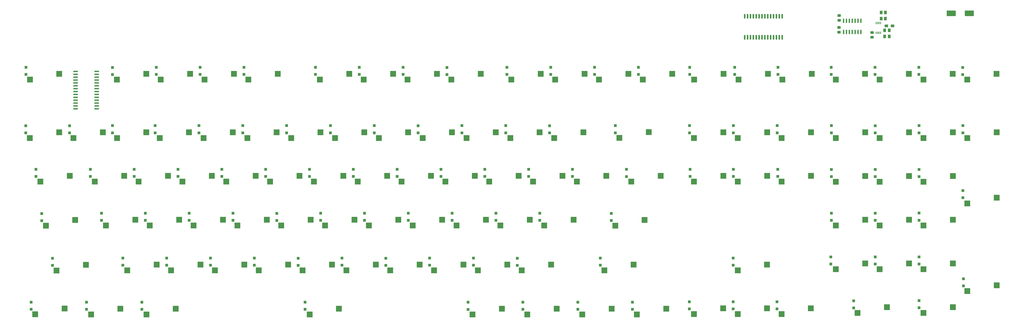
<source format=gbr>
%TF.GenerationSoftware,KiCad,Pcbnew,(5.1.9)-1*%
%TF.CreationDate,2021-04-16T18:36:53+10:00*%
%TF.ProjectId,RedPyKeeb,52656450-794b-4656-9562-2e6b69636164,rev?*%
%TF.SameCoordinates,Original*%
%TF.FileFunction,Paste,Bot*%
%TF.FilePolarity,Positive*%
%FSLAX46Y46*%
G04 Gerber Fmt 4.6, Leading zero omitted, Abs format (unit mm)*
G04 Created by KiCad (PCBNEW (5.1.9)-1) date 2021-04-16 18:36:53*
%MOMM*%
%LPD*%
G01*
G04 APERTURE LIST*
%ADD10R,0.400000X1.100000*%
%ADD11R,2.550000X2.500000*%
%ADD12R,1.200000X1.200000*%
%ADD13R,1.300000X1.500000*%
%ADD14R,1.500000X1.300000*%
G04 APERTURE END LIST*
D10*
%TO.C,U10*%
X455361400Y-86897100D03*
X456011400Y-86897100D03*
X456661400Y-86897100D03*
X457311400Y-86897100D03*
X457311400Y-82597100D03*
X456661400Y-82597100D03*
X456011400Y-82597100D03*
X455361400Y-82597100D03*
%TD*%
D11*
%TO.C,K12\u002C3*%
X340436200Y-172072300D03*
X353363200Y-169532300D03*
%TD*%
%TO.C,K16\u002C1*%
X413740600Y-133388100D03*
X426667600Y-130848100D03*
%TD*%
%TO.C,K14\u002C1*%
X375132600Y-133388100D03*
X388059600Y-130848100D03*
%TD*%
%TO.C,K3\u002C2*%
X149809200Y-152628600D03*
X162736200Y-150088600D03*
%TD*%
%TO.C,K8\u002C0*%
X268284960Y-107607100D03*
X281211960Y-105067100D03*
%TD*%
%TO.C,K0\u002C2*%
X87261700Y-152603200D03*
X100188700Y-150063200D03*
%TD*%
%TO.C,K18\u002C4*%
X476224600Y-171996100D03*
X489151600Y-169456100D03*
%TD*%
%TO.C,K10\u002C3*%
X289826700Y-172059600D03*
X302753700Y-169519600D03*
%TD*%
%TO.C,K13\u002C1*%
X342277700Y-133337300D03*
X355204700Y-130797300D03*
%TD*%
%TO.C,K19\u002C4*%
X495528600Y-162280600D03*
X508455600Y-159740600D03*
%TD*%
%TO.C,U2*%
G36*
G01*
X397296500Y-87902200D02*
X397596500Y-87902200D01*
G75*
G02*
X397746500Y-88052200I0J-150000D01*
G01*
X397746500Y-89802200D01*
G75*
G02*
X397596500Y-89952200I-150000J0D01*
G01*
X397296500Y-89952200D01*
G75*
G02*
X397146500Y-89802200I0J150000D01*
G01*
X397146500Y-88052200D01*
G75*
G02*
X397296500Y-87902200I150000J0D01*
G01*
G37*
G36*
G01*
X398566500Y-87902200D02*
X398866500Y-87902200D01*
G75*
G02*
X399016500Y-88052200I0J-150000D01*
G01*
X399016500Y-89802200D01*
G75*
G02*
X398866500Y-89952200I-150000J0D01*
G01*
X398566500Y-89952200D01*
G75*
G02*
X398416500Y-89802200I0J150000D01*
G01*
X398416500Y-88052200D01*
G75*
G02*
X398566500Y-87902200I150000J0D01*
G01*
G37*
G36*
G01*
X399836500Y-87902200D02*
X400136500Y-87902200D01*
G75*
G02*
X400286500Y-88052200I0J-150000D01*
G01*
X400286500Y-89802200D01*
G75*
G02*
X400136500Y-89952200I-150000J0D01*
G01*
X399836500Y-89952200D01*
G75*
G02*
X399686500Y-89802200I0J150000D01*
G01*
X399686500Y-88052200D01*
G75*
G02*
X399836500Y-87902200I150000J0D01*
G01*
G37*
G36*
G01*
X401106500Y-87902200D02*
X401406500Y-87902200D01*
G75*
G02*
X401556500Y-88052200I0J-150000D01*
G01*
X401556500Y-89802200D01*
G75*
G02*
X401406500Y-89952200I-150000J0D01*
G01*
X401106500Y-89952200D01*
G75*
G02*
X400956500Y-89802200I0J150000D01*
G01*
X400956500Y-88052200D01*
G75*
G02*
X401106500Y-87902200I150000J0D01*
G01*
G37*
G36*
G01*
X402376500Y-87902200D02*
X402676500Y-87902200D01*
G75*
G02*
X402826500Y-88052200I0J-150000D01*
G01*
X402826500Y-89802200D01*
G75*
G02*
X402676500Y-89952200I-150000J0D01*
G01*
X402376500Y-89952200D01*
G75*
G02*
X402226500Y-89802200I0J150000D01*
G01*
X402226500Y-88052200D01*
G75*
G02*
X402376500Y-87902200I150000J0D01*
G01*
G37*
G36*
G01*
X403646500Y-87902200D02*
X403946500Y-87902200D01*
G75*
G02*
X404096500Y-88052200I0J-150000D01*
G01*
X404096500Y-89802200D01*
G75*
G02*
X403946500Y-89952200I-150000J0D01*
G01*
X403646500Y-89952200D01*
G75*
G02*
X403496500Y-89802200I0J150000D01*
G01*
X403496500Y-88052200D01*
G75*
G02*
X403646500Y-87902200I150000J0D01*
G01*
G37*
G36*
G01*
X404916500Y-87902200D02*
X405216500Y-87902200D01*
G75*
G02*
X405366500Y-88052200I0J-150000D01*
G01*
X405366500Y-89802200D01*
G75*
G02*
X405216500Y-89952200I-150000J0D01*
G01*
X404916500Y-89952200D01*
G75*
G02*
X404766500Y-89802200I0J150000D01*
G01*
X404766500Y-88052200D01*
G75*
G02*
X404916500Y-87902200I150000J0D01*
G01*
G37*
G36*
G01*
X406186500Y-87902200D02*
X406486500Y-87902200D01*
G75*
G02*
X406636500Y-88052200I0J-150000D01*
G01*
X406636500Y-89802200D01*
G75*
G02*
X406486500Y-89952200I-150000J0D01*
G01*
X406186500Y-89952200D01*
G75*
G02*
X406036500Y-89802200I0J150000D01*
G01*
X406036500Y-88052200D01*
G75*
G02*
X406186500Y-87902200I150000J0D01*
G01*
G37*
G36*
G01*
X407456500Y-87902200D02*
X407756500Y-87902200D01*
G75*
G02*
X407906500Y-88052200I0J-150000D01*
G01*
X407906500Y-89802200D01*
G75*
G02*
X407756500Y-89952200I-150000J0D01*
G01*
X407456500Y-89952200D01*
G75*
G02*
X407306500Y-89802200I0J150000D01*
G01*
X407306500Y-88052200D01*
G75*
G02*
X407456500Y-87902200I150000J0D01*
G01*
G37*
G36*
G01*
X408726500Y-87902200D02*
X409026500Y-87902200D01*
G75*
G02*
X409176500Y-88052200I0J-150000D01*
G01*
X409176500Y-89802200D01*
G75*
G02*
X409026500Y-89952200I-150000J0D01*
G01*
X408726500Y-89952200D01*
G75*
G02*
X408576500Y-89802200I0J150000D01*
G01*
X408576500Y-88052200D01*
G75*
G02*
X408726500Y-87902200I150000J0D01*
G01*
G37*
G36*
G01*
X409996500Y-87902200D02*
X410296500Y-87902200D01*
G75*
G02*
X410446500Y-88052200I0J-150000D01*
G01*
X410446500Y-89802200D01*
G75*
G02*
X410296500Y-89952200I-150000J0D01*
G01*
X409996500Y-89952200D01*
G75*
G02*
X409846500Y-89802200I0J150000D01*
G01*
X409846500Y-88052200D01*
G75*
G02*
X409996500Y-87902200I150000J0D01*
G01*
G37*
G36*
G01*
X411266500Y-87902200D02*
X411566500Y-87902200D01*
G75*
G02*
X411716500Y-88052200I0J-150000D01*
G01*
X411716500Y-89802200D01*
G75*
G02*
X411566500Y-89952200I-150000J0D01*
G01*
X411266500Y-89952200D01*
G75*
G02*
X411116500Y-89802200I0J150000D01*
G01*
X411116500Y-88052200D01*
G75*
G02*
X411266500Y-87902200I150000J0D01*
G01*
G37*
G36*
G01*
X412536500Y-87902200D02*
X412836500Y-87902200D01*
G75*
G02*
X412986500Y-88052200I0J-150000D01*
G01*
X412986500Y-89802200D01*
G75*
G02*
X412836500Y-89952200I-150000J0D01*
G01*
X412536500Y-89952200D01*
G75*
G02*
X412386500Y-89802200I0J150000D01*
G01*
X412386500Y-88052200D01*
G75*
G02*
X412536500Y-87902200I150000J0D01*
G01*
G37*
G36*
G01*
X413806500Y-87902200D02*
X414106500Y-87902200D01*
G75*
G02*
X414256500Y-88052200I0J-150000D01*
G01*
X414256500Y-89802200D01*
G75*
G02*
X414106500Y-89952200I-150000J0D01*
G01*
X413806500Y-89952200D01*
G75*
G02*
X413656500Y-89802200I0J150000D01*
G01*
X413656500Y-88052200D01*
G75*
G02*
X413806500Y-87902200I150000J0D01*
G01*
G37*
G36*
G01*
X413806500Y-78602200D02*
X414106500Y-78602200D01*
G75*
G02*
X414256500Y-78752200I0J-150000D01*
G01*
X414256500Y-80502200D01*
G75*
G02*
X414106500Y-80652200I-150000J0D01*
G01*
X413806500Y-80652200D01*
G75*
G02*
X413656500Y-80502200I0J150000D01*
G01*
X413656500Y-78752200D01*
G75*
G02*
X413806500Y-78602200I150000J0D01*
G01*
G37*
G36*
G01*
X412536500Y-78602200D02*
X412836500Y-78602200D01*
G75*
G02*
X412986500Y-78752200I0J-150000D01*
G01*
X412986500Y-80502200D01*
G75*
G02*
X412836500Y-80652200I-150000J0D01*
G01*
X412536500Y-80652200D01*
G75*
G02*
X412386500Y-80502200I0J150000D01*
G01*
X412386500Y-78752200D01*
G75*
G02*
X412536500Y-78602200I150000J0D01*
G01*
G37*
G36*
G01*
X411266500Y-78602200D02*
X411566500Y-78602200D01*
G75*
G02*
X411716500Y-78752200I0J-150000D01*
G01*
X411716500Y-80502200D01*
G75*
G02*
X411566500Y-80652200I-150000J0D01*
G01*
X411266500Y-80652200D01*
G75*
G02*
X411116500Y-80502200I0J150000D01*
G01*
X411116500Y-78752200D01*
G75*
G02*
X411266500Y-78602200I150000J0D01*
G01*
G37*
G36*
G01*
X409996500Y-78602200D02*
X410296500Y-78602200D01*
G75*
G02*
X410446500Y-78752200I0J-150000D01*
G01*
X410446500Y-80502200D01*
G75*
G02*
X410296500Y-80652200I-150000J0D01*
G01*
X409996500Y-80652200D01*
G75*
G02*
X409846500Y-80502200I0J150000D01*
G01*
X409846500Y-78752200D01*
G75*
G02*
X409996500Y-78602200I150000J0D01*
G01*
G37*
G36*
G01*
X408726500Y-78602200D02*
X409026500Y-78602200D01*
G75*
G02*
X409176500Y-78752200I0J-150000D01*
G01*
X409176500Y-80502200D01*
G75*
G02*
X409026500Y-80652200I-150000J0D01*
G01*
X408726500Y-80652200D01*
G75*
G02*
X408576500Y-80502200I0J150000D01*
G01*
X408576500Y-78752200D01*
G75*
G02*
X408726500Y-78602200I150000J0D01*
G01*
G37*
G36*
G01*
X407456500Y-78602200D02*
X407756500Y-78602200D01*
G75*
G02*
X407906500Y-78752200I0J-150000D01*
G01*
X407906500Y-80502200D01*
G75*
G02*
X407756500Y-80652200I-150000J0D01*
G01*
X407456500Y-80652200D01*
G75*
G02*
X407306500Y-80502200I0J150000D01*
G01*
X407306500Y-78752200D01*
G75*
G02*
X407456500Y-78602200I150000J0D01*
G01*
G37*
G36*
G01*
X406186500Y-78602200D02*
X406486500Y-78602200D01*
G75*
G02*
X406636500Y-78752200I0J-150000D01*
G01*
X406636500Y-80502200D01*
G75*
G02*
X406486500Y-80652200I-150000J0D01*
G01*
X406186500Y-80652200D01*
G75*
G02*
X406036500Y-80502200I0J150000D01*
G01*
X406036500Y-78752200D01*
G75*
G02*
X406186500Y-78602200I150000J0D01*
G01*
G37*
G36*
G01*
X404916500Y-78602200D02*
X405216500Y-78602200D01*
G75*
G02*
X405366500Y-78752200I0J-150000D01*
G01*
X405366500Y-80502200D01*
G75*
G02*
X405216500Y-80652200I-150000J0D01*
G01*
X404916500Y-80652200D01*
G75*
G02*
X404766500Y-80502200I0J150000D01*
G01*
X404766500Y-78752200D01*
G75*
G02*
X404916500Y-78602200I150000J0D01*
G01*
G37*
G36*
G01*
X403646500Y-78602200D02*
X403946500Y-78602200D01*
G75*
G02*
X404096500Y-78752200I0J-150000D01*
G01*
X404096500Y-80502200D01*
G75*
G02*
X403946500Y-80652200I-150000J0D01*
G01*
X403646500Y-80652200D01*
G75*
G02*
X403496500Y-80502200I0J150000D01*
G01*
X403496500Y-78752200D01*
G75*
G02*
X403646500Y-78602200I150000J0D01*
G01*
G37*
G36*
G01*
X402376500Y-78602200D02*
X402676500Y-78602200D01*
G75*
G02*
X402826500Y-78752200I0J-150000D01*
G01*
X402826500Y-80502200D01*
G75*
G02*
X402676500Y-80652200I-150000J0D01*
G01*
X402376500Y-80652200D01*
G75*
G02*
X402226500Y-80502200I0J150000D01*
G01*
X402226500Y-78752200D01*
G75*
G02*
X402376500Y-78602200I150000J0D01*
G01*
G37*
G36*
G01*
X401106500Y-78602200D02*
X401406500Y-78602200D01*
G75*
G02*
X401556500Y-78752200I0J-150000D01*
G01*
X401556500Y-80502200D01*
G75*
G02*
X401406500Y-80652200I-150000J0D01*
G01*
X401106500Y-80652200D01*
G75*
G02*
X400956500Y-80502200I0J150000D01*
G01*
X400956500Y-78752200D01*
G75*
G02*
X401106500Y-78602200I150000J0D01*
G01*
G37*
G36*
G01*
X399836500Y-78602200D02*
X400136500Y-78602200D01*
G75*
G02*
X400286500Y-78752200I0J-150000D01*
G01*
X400286500Y-80502200D01*
G75*
G02*
X400136500Y-80652200I-150000J0D01*
G01*
X399836500Y-80652200D01*
G75*
G02*
X399686500Y-80502200I0J150000D01*
G01*
X399686500Y-78752200D01*
G75*
G02*
X399836500Y-78602200I150000J0D01*
G01*
G37*
G36*
G01*
X398566500Y-78602200D02*
X398866500Y-78602200D01*
G75*
G02*
X399016500Y-78752200I0J-150000D01*
G01*
X399016500Y-80502200D01*
G75*
G02*
X398866500Y-80652200I-150000J0D01*
G01*
X398566500Y-80652200D01*
G75*
G02*
X398416500Y-80502200I0J150000D01*
G01*
X398416500Y-78752200D01*
G75*
G02*
X398566500Y-78602200I150000J0D01*
G01*
G37*
G36*
G01*
X397296500Y-78602200D02*
X397596500Y-78602200D01*
G75*
G02*
X397746500Y-78752200I0J-150000D01*
G01*
X397746500Y-80502200D01*
G75*
G02*
X397596500Y-80652200I-150000J0D01*
G01*
X397296500Y-80652200D01*
G75*
G02*
X397146500Y-80502200I0J150000D01*
G01*
X397146500Y-78752200D01*
G75*
G02*
X397296500Y-78602200I150000J0D01*
G01*
G37*
%TD*%
%TO.C,K11\u002C4*%
X335610200Y-191820800D03*
X348537200Y-189280800D03*
%TD*%
%TO.C,C6*%
G36*
G01*
X494391700Y-79333600D02*
X494391700Y-77333600D01*
G75*
G02*
X494641700Y-77083600I250000J0D01*
G01*
X498141700Y-77083600D01*
G75*
G02*
X498391700Y-77333600I0J-250000D01*
G01*
X498391700Y-79333600D01*
G75*
G02*
X498141700Y-79583600I-250000J0D01*
G01*
X494641700Y-79583600D01*
G75*
G02*
X494391700Y-79333600I0J250000D01*
G01*
G37*
G36*
G01*
X486391700Y-79333600D02*
X486391700Y-77333600D01*
G75*
G02*
X486641700Y-77083600I250000J0D01*
G01*
X490141700Y-77083600D01*
G75*
G02*
X490391700Y-77333600I0J-250000D01*
G01*
X490391700Y-79333600D01*
G75*
G02*
X490141700Y-79583600I-250000J0D01*
G01*
X486641700Y-79583600D01*
G75*
G02*
X486391700Y-79333600I0J250000D01*
G01*
G37*
%TD*%
D12*
%TO.C,D0\u002C3*%
X87833200Y-166750800D03*
X87833200Y-169900800D03*
%TD*%
%TO.C,D0\u002C5*%
X83197700Y-205866800D03*
X83197700Y-209016800D03*
%TD*%
%TO.C,D0\u002C4*%
X92595700Y-186499300D03*
X92595700Y-189649300D03*
%TD*%
%TO.C,D0\u002C0*%
X80848200Y-102171300D03*
X80848200Y-105321300D03*
%TD*%
%TO.C,D0\u002C2*%
X85293200Y-147192800D03*
X85293200Y-150342800D03*
%TD*%
%TO.C,D0\u002C1*%
X80784700Y-128015800D03*
X80784700Y-131165800D03*
%TD*%
%TO.C,D1\u002C3*%
X114122200Y-166623800D03*
X114122200Y-169773800D03*
%TD*%
%TO.C,D1\u002C0*%
X118996460Y-102222100D03*
X118996460Y-105372100D03*
%TD*%
%TO.C,D1\u002C4*%
X123520200Y-186435800D03*
X123520200Y-189585800D03*
%TD*%
%TO.C,D1\u002C5*%
X107581700Y-205866800D03*
X107581700Y-209016800D03*
%TD*%
%TO.C,D1\u002C1*%
X100088700Y-128015800D03*
X100088700Y-131165800D03*
%TD*%
%TO.C,D1\u002C2*%
X109232700Y-147192800D03*
X109232700Y-150342800D03*
%TD*%
%TO.C,D2\u002C4*%
X142824200Y-186435800D03*
X142824200Y-189585800D03*
%TD*%
%TO.C,D2\u002C5*%
X131965700Y-205866800D03*
X131965700Y-209016800D03*
%TD*%
%TO.C,D2\u002C0*%
X138300460Y-102171300D03*
X138300460Y-105321300D03*
%TD*%
%TO.C,D2\u002C2*%
X128536700Y-147192800D03*
X128536700Y-150342800D03*
%TD*%
%TO.C,D2\u002C1*%
X119011700Y-127952300D03*
X119011700Y-131102300D03*
%TD*%
%TO.C,D2\u002C3*%
X133426200Y-166623800D03*
X133426200Y-169773800D03*
%TD*%
%TO.C,D3\u002C0*%
X157604460Y-102171300D03*
X157604460Y-105321300D03*
%TD*%
%TO.C,D3\u002C1*%
X137807700Y-127952300D03*
X137807700Y-131102300D03*
%TD*%
%TO.C,D3\u002C4*%
X162128200Y-186435800D03*
X162128200Y-189585800D03*
%TD*%
%TO.C,D3\u002C2*%
X147840700Y-147192800D03*
X147840700Y-150342800D03*
%TD*%
%TO.C,D3\u002C5*%
X203847700Y-205866800D03*
X203847700Y-209016800D03*
%TD*%
%TO.C,D3\u002C3*%
X152730200Y-166623800D03*
X152730200Y-169773800D03*
%TD*%
%TO.C,D4\u002C4*%
X181432200Y-186435800D03*
X181432200Y-189585800D03*
%TD*%
%TO.C,D4\u002C3*%
X172034200Y-166623800D03*
X172034200Y-169773800D03*
%TD*%
%TO.C,D4\u002C1*%
X157111700Y-127952300D03*
X157111700Y-131102300D03*
%TD*%
%TO.C,D4\u002C0*%
X176908460Y-102171300D03*
X176908460Y-105321300D03*
%TD*%
%TO.C,D4\u002C2*%
X167144700Y-147192800D03*
X167144700Y-150342800D03*
%TD*%
%TO.C,D5\u002C0*%
X208404460Y-102171300D03*
X208404460Y-105321300D03*
%TD*%
%TO.C,D5\u002C2*%
X186448700Y-147192800D03*
X186448700Y-150342800D03*
%TD*%
%TO.C,D5\u002C1*%
X176415700Y-127952300D03*
X176415700Y-131102300D03*
%TD*%
%TO.C,D5\u002C3*%
X191338200Y-166674600D03*
X191338200Y-169824600D03*
%TD*%
%TO.C,D5\u002C4*%
X200736200Y-186486600D03*
X200736200Y-189636600D03*
%TD*%
%TO.C,D6\u002C0*%
X227708460Y-102171300D03*
X227708460Y-105321300D03*
%TD*%
%TO.C,D6\u002C3*%
X210642200Y-166623800D03*
X210642200Y-169773800D03*
%TD*%
%TO.C,D6\u002C4*%
X220040200Y-186435800D03*
X220040200Y-189585800D03*
%TD*%
%TO.C,D6\u002C1*%
X195719700Y-127952300D03*
X195719700Y-131102300D03*
%TD*%
%TO.C,D6\u002C2*%
X205752700Y-147192800D03*
X205752700Y-150342800D03*
%TD*%
%TO.C,D7\u002C4*%
X239344200Y-186486600D03*
X239344200Y-189636600D03*
%TD*%
%TO.C,D7\u002C2*%
X225056700Y-147243600D03*
X225056700Y-150393600D03*
%TD*%
%TO.C,D7\u002C1*%
X215023700Y-127952300D03*
X215023700Y-131102300D03*
%TD*%
%TO.C,D7\u002C0*%
X247012460Y-102171300D03*
X247012460Y-105321300D03*
%TD*%
%TO.C,D7\u002C3*%
X229946200Y-166623800D03*
X229946200Y-169773800D03*
%TD*%
%TO.C,D8\u002C0*%
X266316460Y-102222100D03*
X266316460Y-105372100D03*
%TD*%
%TO.C,D8\u002C3*%
X249250200Y-166623800D03*
X249250200Y-169773800D03*
%TD*%
%TO.C,D8\u002C1*%
X234327700Y-127952300D03*
X234327700Y-131102300D03*
%TD*%
%TO.C,D8\u002C2*%
X244360700Y-147192800D03*
X244360700Y-150342800D03*
%TD*%
%TO.C,D8\u002C5*%
X275602700Y-205930300D03*
X275602700Y-209080300D03*
%TD*%
%TO.C,D8\u002C4*%
X258648200Y-186435800D03*
X258648200Y-189585800D03*
%TD*%
%TO.C,D9\u002C2*%
X263664700Y-147192800D03*
X263664700Y-150342800D03*
%TD*%
%TO.C,D9\u002C1*%
X253631700Y-128003100D03*
X253631700Y-131153100D03*
%TD*%
%TO.C,D9\u002C3*%
X268554200Y-166623800D03*
X268554200Y-169773800D03*
%TD*%
%TO.C,D9\u002C4*%
X277952200Y-186435800D03*
X277952200Y-189585800D03*
%TD*%
%TO.C,D9\u002C5*%
X299732700Y-205866800D03*
X299732700Y-209016800D03*
%TD*%
%TO.C,D9\u002C0*%
X292732460Y-102171300D03*
X292732460Y-105321300D03*
%TD*%
%TO.C,D10\u002C4*%
X297256200Y-186486600D03*
X297256200Y-189636600D03*
%TD*%
%TO.C,D10\u002C5*%
X323926200Y-205866800D03*
X323926200Y-209016800D03*
%TD*%
%TO.C,D10\u002C1*%
X272935700Y-127952300D03*
X272935700Y-131102300D03*
%TD*%
%TO.C,D10\u002C0*%
X312036460Y-102171300D03*
X312036460Y-105321300D03*
%TD*%
%TO.C,D10\u002C2*%
X282968700Y-147243600D03*
X282968700Y-150393600D03*
%TD*%
%TO.C,D10\u002C3*%
X287858200Y-166623800D03*
X287858200Y-169773800D03*
%TD*%
%TO.C,D11\u002C0*%
X331340460Y-102171300D03*
X331340460Y-105321300D03*
%TD*%
%TO.C,D11\u002C1*%
X292239700Y-127952300D03*
X292239700Y-131102300D03*
%TD*%
%TO.C,D11\u002C3*%
X307162200Y-166623800D03*
X307162200Y-169773800D03*
%TD*%
%TO.C,D11\u002C2*%
X302272700Y-147192800D03*
X302272700Y-150342800D03*
%TD*%
%TO.C,D11\u002C4*%
X333832200Y-186435800D03*
X333832200Y-189585800D03*
%TD*%
%TO.C,D11\u002C5*%
X347992700Y-205866800D03*
X347992700Y-209016800D03*
%TD*%
%TO.C,D12\u002C3*%
X338658200Y-166687300D03*
X338658200Y-169837300D03*
%TD*%
%TO.C,D12\u002C2*%
X321576700Y-147192800D03*
X321576700Y-150342800D03*
%TD*%
%TO.C,D12\u002C1*%
X311543700Y-128003100D03*
X311543700Y-131153100D03*
%TD*%
%TO.C,D12\u002C0*%
X350644460Y-102171300D03*
X350644460Y-105321300D03*
%TD*%
%TO.C,D13\u002C2*%
X345389200Y-147256300D03*
X345389200Y-150406300D03*
%TD*%
%TO.C,D13\u002C1*%
X340499700Y-127952300D03*
X340499700Y-131102300D03*
%TD*%
%TO.C,D14\u002C1*%
X373164100Y-127952300D03*
X373164100Y-131102300D03*
%TD*%
%TO.C,D14\u002C3*%
X373418100Y-147192800D03*
X373418100Y-150342800D03*
%TD*%
%TO.C,D14\u002C0*%
X373214900Y-102171300D03*
X373214900Y-105321300D03*
%TD*%
%TO.C,D14\u002C6*%
X373100600Y-205739800D03*
X373100600Y-208889800D03*
%TD*%
%TO.C,D15\u002C0*%
X393026900Y-102171300D03*
X393026900Y-105321300D03*
%TD*%
%TO.C,D15\u002C1*%
X392468100Y-127952300D03*
X392468100Y-131102300D03*
%TD*%
%TO.C,D15\u002C3*%
X392468100Y-147192800D03*
X392468100Y-150342800D03*
%TD*%
%TO.C,D15\u002C5*%
X392404600Y-186435800D03*
X392404600Y-189585800D03*
%TD*%
%TO.C,D15\u002C6*%
X392404600Y-205739800D03*
X392404600Y-208889800D03*
%TD*%
%TO.C,D16\u002C6*%
X411708600Y-205739800D03*
X411708600Y-208889800D03*
%TD*%
%TO.C,D16\u002C0*%
X412076900Y-102171300D03*
X412076900Y-105321300D03*
%TD*%
%TO.C,D16\u002C1*%
X411772100Y-127952300D03*
X411772100Y-131102300D03*
%TD*%
%TO.C,D16\u002C5*%
X435394100Y-185927800D03*
X435394100Y-189077800D03*
%TD*%
%TO.C,D16\u002C3*%
X412026100Y-147192800D03*
X412026100Y-150342800D03*
%TD*%
%TO.C,D16\u002C4*%
X435648100Y-166623800D03*
X435648100Y-169773800D03*
%TD*%
%TO.C,D17\u002C3*%
X435648100Y-147319800D03*
X435648100Y-150469800D03*
%TD*%
%TO.C,D17\u002C1*%
X435648100Y-127952300D03*
X435648100Y-131102300D03*
%TD*%
%TO.C,D17\u002C6*%
X445427100Y-205282600D03*
X445427100Y-208432600D03*
%TD*%
%TO.C,D17\u002C4*%
X454952100Y-166623800D03*
X454952100Y-169773800D03*
%TD*%
%TO.C,D17\u002C0*%
X435584600Y-102171300D03*
X435584600Y-105321300D03*
%TD*%
%TO.C,D17\u002C5*%
X454952100Y-185927800D03*
X454952100Y-189077800D03*
%TD*%
%TO.C,D18\u002C1*%
X454952100Y-128003100D03*
X454952100Y-131153100D03*
%TD*%
%TO.C,D18\u002C6*%
X474256100Y-205231800D03*
X474256100Y-208381800D03*
%TD*%
%TO.C,D18\u002C3*%
X454952100Y-147319800D03*
X454952100Y-150469800D03*
%TD*%
%TO.C,D18\u002C0*%
X454888600Y-102171300D03*
X454888600Y-105321300D03*
%TD*%
%TO.C,D18\u002C5*%
X474256100Y-185927800D03*
X474256100Y-189077800D03*
%TD*%
%TO.C,D18\u002C4*%
X474256100Y-166560300D03*
X474256100Y-169710300D03*
%TD*%
%TO.C,D19\u002C4*%
X493560100Y-156641600D03*
X493560100Y-159791600D03*
%TD*%
%TO.C,D19\u002C0*%
X474192600Y-102171300D03*
X474192600Y-105321300D03*
%TD*%
%TO.C,D19\u002C3*%
X474256100Y-147319800D03*
X474256100Y-150469800D03*
%TD*%
%TO.C,D19\u002C1*%
X474256100Y-127952300D03*
X474256100Y-131102300D03*
%TD*%
%TO.C,D19\u002C6*%
X493814100Y-195579800D03*
X493814100Y-198729800D03*
%TD*%
%TO.C,D20\u002C1*%
X493560100Y-127952300D03*
X493560100Y-131102300D03*
%TD*%
%TO.C,D20\u002C0*%
X493496600Y-102222100D03*
X493496600Y-105372100D03*
%TD*%
D11*
%TO.C,K0\u002C0*%
X82626200Y-107556300D03*
X95553200Y-105016300D03*
%TD*%
%TO.C,K0\u002C1*%
X82562700Y-133400800D03*
X95489700Y-130860800D03*
%TD*%
%TO.C,K0\u002C5*%
X84975700Y-211251800D03*
X97902700Y-208711800D03*
%TD*%
%TO.C,K0\u002C4*%
X94373700Y-191884300D03*
X107300700Y-189344300D03*
%TD*%
%TO.C,K0\u002C3*%
X89649300Y-172110400D03*
X102576300Y-169570400D03*
%TD*%
%TO.C,K1\u002C4*%
X125488700Y-191871600D03*
X138415700Y-189331600D03*
%TD*%
%TO.C,K1\u002C5*%
X109550200Y-211302600D03*
X122477200Y-208762600D03*
%TD*%
%TO.C,K1\u002C3*%
X116090700Y-172059600D03*
X129017700Y-169519600D03*
%TD*%
%TO.C,K1\u002C2*%
X111201200Y-152628600D03*
X124128200Y-150088600D03*
%TD*%
%TO.C,K1\u002C1*%
X101777800Y-133400800D03*
X114704800Y-130860800D03*
%TD*%
%TO.C,K1\u002C0*%
X120964960Y-107607100D03*
X133891960Y-105067100D03*
%TD*%
%TO.C,K2\u002C5*%
X133934200Y-211302600D03*
X146861200Y-208762600D03*
%TD*%
%TO.C,K2\u002C3*%
X135394700Y-172059600D03*
X148321700Y-169519600D03*
%TD*%
%TO.C,K2\u002C1*%
X120980200Y-133388100D03*
X133907200Y-130848100D03*
%TD*%
%TO.C,K2\u002C4*%
X144792700Y-191871600D03*
X157719700Y-189331600D03*
%TD*%
%TO.C,K2\u002C2*%
X130505200Y-152628600D03*
X143432200Y-150088600D03*
%TD*%
%TO.C,K2\u002C0*%
X140268960Y-107607100D03*
X153195960Y-105067100D03*
%TD*%
%TO.C,K3\u002C5*%
X205816200Y-211302600D03*
X218743200Y-208762600D03*
%TD*%
%TO.C,K3\u002C4*%
X164096700Y-191871600D03*
X177023700Y-189331600D03*
%TD*%
%TO.C,K3\u002C1*%
X139776200Y-133388100D03*
X152703200Y-130848100D03*
%TD*%
%TO.C,K3\u002C0*%
X159572960Y-107607100D03*
X172499960Y-105067100D03*
%TD*%
%TO.C,K3\u002C3*%
X154698700Y-172059600D03*
X167625700Y-169519600D03*
%TD*%
%TO.C,K4\u002C1*%
X159080200Y-133388100D03*
X172007200Y-130848100D03*
%TD*%
%TO.C,K4\u002C2*%
X169113200Y-152628600D03*
X182040200Y-150088600D03*
%TD*%
%TO.C,K4\u002C3*%
X174002700Y-172059600D03*
X186929700Y-169519600D03*
%TD*%
%TO.C,K4\u002C4*%
X183400700Y-191871600D03*
X196327700Y-189331600D03*
%TD*%
%TO.C,K4\u002C0*%
X178876960Y-107607100D03*
X191803960Y-105067100D03*
%TD*%
%TO.C,K5\u002C0*%
X210372960Y-107607100D03*
X223299960Y-105067100D03*
%TD*%
%TO.C,K5\u002C2*%
X188417200Y-152628600D03*
X201344200Y-150088600D03*
%TD*%
%TO.C,K5\u002C1*%
X178384200Y-133388100D03*
X191311200Y-130848100D03*
%TD*%
%TO.C,K5\u002C3*%
X193306700Y-172059600D03*
X206233700Y-169519600D03*
%TD*%
%TO.C,K5\u002C4*%
X202704700Y-191871600D03*
X215631700Y-189331600D03*
%TD*%
%TO.C,K6\u002C3*%
X212610700Y-172059600D03*
X225537700Y-169519600D03*
%TD*%
%TO.C,K6\u002C4*%
X222008700Y-191871600D03*
X234935700Y-189331600D03*
%TD*%
%TO.C,K6\u002C1*%
X197688200Y-133388100D03*
X210615200Y-130848100D03*
%TD*%
%TO.C,K6\u002C2*%
X207721200Y-152628600D03*
X220648200Y-150088600D03*
%TD*%
%TO.C,K6\u002C0*%
X229676960Y-107607100D03*
X242603960Y-105067100D03*
%TD*%
%TO.C,K7\u002C2*%
X227025200Y-152628600D03*
X239952200Y-150088600D03*
%TD*%
%TO.C,K7\u002C1*%
X216992200Y-133388100D03*
X229919200Y-130848100D03*
%TD*%
%TO.C,K7\u002C3*%
X231914700Y-172059600D03*
X244841700Y-169519600D03*
%TD*%
%TO.C,K7\u002C4*%
X241312700Y-191871600D03*
X254239700Y-189331600D03*
%TD*%
%TO.C,K7\u002C0*%
X248980960Y-107607100D03*
X261907960Y-105067100D03*
%TD*%
%TO.C,K8\u002C1*%
X236296200Y-133388100D03*
X249223200Y-130848100D03*
%TD*%
%TO.C,K8\u002C3*%
X251218700Y-172059600D03*
X264145700Y-169519600D03*
%TD*%
%TO.C,K8\u002C4*%
X260616700Y-191871600D03*
X273543700Y-189331600D03*
%TD*%
%TO.C,K8\u002C5*%
X277545800Y-211302600D03*
X290472800Y-208762600D03*
%TD*%
%TO.C,K8\u002C2*%
X246329200Y-152628600D03*
X259256200Y-150088600D03*
%TD*%
%TO.C,K9\u002C0*%
X294700960Y-107607100D03*
X307627960Y-105067100D03*
%TD*%
%TO.C,K9\u002C5*%
X301701200Y-211302600D03*
X314628200Y-208762600D03*
%TD*%
%TO.C,K9\u002C1*%
X255600200Y-133388100D03*
X268527200Y-130848100D03*
%TD*%
%TO.C,K9\u002C2*%
X265633200Y-152628600D03*
X278560200Y-150088600D03*
%TD*%
%TO.C,K9\u002C4*%
X279920700Y-191871600D03*
X292847700Y-189331600D03*
%TD*%
%TO.C,K9\u002C3*%
X270522700Y-172059600D03*
X283449700Y-169519600D03*
%TD*%
%TO.C,K10\u002C2*%
X284937200Y-152628600D03*
X297864200Y-150088600D03*
%TD*%
%TO.C,K10\u002C0*%
X314004960Y-107607100D03*
X326931960Y-105067100D03*
%TD*%
%TO.C,K10\u002C5*%
X325894700Y-211302600D03*
X338821700Y-208762600D03*
%TD*%
%TO.C,K10\u002C1*%
X274904200Y-133388100D03*
X287831200Y-130848100D03*
%TD*%
%TO.C,K10\u002C4*%
X299224700Y-191871600D03*
X312151700Y-189331600D03*
%TD*%
%TO.C,K11\u002C3*%
X309130700Y-172059600D03*
X322057700Y-169519600D03*
%TD*%
%TO.C,K11\u002C2*%
X304241200Y-152628600D03*
X317168200Y-150088600D03*
%TD*%
%TO.C,K11\u002C5*%
X349961200Y-211302600D03*
X362888200Y-208762600D03*
%TD*%
%TO.C,K11\u002C1*%
X294208200Y-133388100D03*
X307135200Y-130848100D03*
%TD*%
%TO.C,K11\u002C0*%
X333308960Y-107607100D03*
X346235960Y-105067100D03*
%TD*%
%TO.C,K12\u002C2*%
X323545200Y-152628600D03*
X336472200Y-150088600D03*
%TD*%
%TO.C,K12\u002C0*%
X352612960Y-107607100D03*
X365539960Y-105067100D03*
%TD*%
%TO.C,K12\u002C1*%
X313512200Y-133388100D03*
X326439200Y-130848100D03*
%TD*%
%TO.C,K13\u002C2*%
X347484700Y-152641300D03*
X360411700Y-150101300D03*
%TD*%
%TO.C,K14\u002C6*%
X375069100Y-211175600D03*
X387996100Y-208635600D03*
%TD*%
%TO.C,K14\u002C3*%
X375132600Y-152628600D03*
X388059600Y-150088600D03*
%TD*%
%TO.C,K14\u002C0*%
X375183400Y-107607100D03*
X388110400Y-105067100D03*
%TD*%
%TO.C,K15\u002C6*%
X394373100Y-211175600D03*
X407300100Y-208635600D03*
%TD*%
%TO.C,K15\u002C3*%
X394436600Y-152628600D03*
X407363600Y-150088600D03*
%TD*%
%TO.C,K15\u002C5*%
X394373100Y-191871600D03*
X407300100Y-189331600D03*
%TD*%
%TO.C,K15\u002C1*%
X394436600Y-133388100D03*
X407363600Y-130848100D03*
%TD*%
%TO.C,K15\u002C0*%
X394741400Y-107607100D03*
X407668400Y-105067100D03*
%TD*%
%TO.C,K16\u002C4*%
X437616600Y-172059600D03*
X450543600Y-169519600D03*
%TD*%
%TO.C,K16\u002C5*%
X437616600Y-191363600D03*
X450543600Y-188823600D03*
%TD*%
%TO.C,K16\u002C3*%
X413740600Y-152628600D03*
X426667600Y-150088600D03*
%TD*%
%TO.C,K16\u002C0*%
X414045400Y-107607100D03*
X426972400Y-105067100D03*
%TD*%
%TO.C,K16\u002C6*%
X413677100Y-211175600D03*
X426604100Y-208635600D03*
%TD*%
%TO.C,K17\u002C6*%
X447141600Y-210667600D03*
X460068600Y-208127600D03*
%TD*%
%TO.C,K17\u002C5*%
X456920600Y-191363600D03*
X469847600Y-188823600D03*
%TD*%
%TO.C,K17\u002C4*%
X456920600Y-172059600D03*
X469847600Y-169519600D03*
%TD*%
%TO.C,K17\u002C3*%
X437616600Y-152755600D03*
X450543600Y-150215600D03*
%TD*%
%TO.C,K17\u002C1*%
X437616600Y-133388100D03*
X450543600Y-130848100D03*
%TD*%
%TO.C,K17\u002C0*%
X437553100Y-107607100D03*
X450480100Y-105067100D03*
%TD*%
%TO.C,K18\u002C6*%
X476224600Y-210667600D03*
X489151600Y-208127600D03*
%TD*%
%TO.C,K18\u002C3*%
X456920600Y-152755600D03*
X469847600Y-150215600D03*
%TD*%
%TO.C,K18\u002C1*%
X456920600Y-133388100D03*
X469847600Y-130848100D03*
%TD*%
%TO.C,K18\u002C5*%
X476224600Y-191363600D03*
X489151600Y-188823600D03*
%TD*%
%TO.C,K18\u002C0*%
X456857100Y-107607100D03*
X469784100Y-105067100D03*
%TD*%
%TO.C,K19\u002C6*%
X495528600Y-201015600D03*
X508455600Y-198475600D03*
%TD*%
%TO.C,K19\u002C0*%
X476161100Y-107607100D03*
X489088100Y-105067100D03*
%TD*%
%TO.C,K19\u002C3*%
X476224600Y-152755600D03*
X489151600Y-150215600D03*
%TD*%
%TO.C,K19\u002C1*%
X476224600Y-133388100D03*
X489151600Y-130848100D03*
%TD*%
%TO.C,K20\u002C0*%
X495465100Y-107607100D03*
X508392100Y-105067100D03*
%TD*%
%TO.C,K20\u002C1*%
X495528600Y-133388100D03*
X508455600Y-130848100D03*
%TD*%
%TO.C,U1*%
G36*
G01*
X103766200Y-103863000D02*
X103766200Y-104163000D01*
G75*
G02*
X103616200Y-104313000I-150000J0D01*
G01*
X101866200Y-104313000D01*
G75*
G02*
X101716200Y-104163000I0J150000D01*
G01*
X101716200Y-103863000D01*
G75*
G02*
X101866200Y-103713000I150000J0D01*
G01*
X103616200Y-103713000D01*
G75*
G02*
X103766200Y-103863000I0J-150000D01*
G01*
G37*
G36*
G01*
X103766200Y-105133000D02*
X103766200Y-105433000D01*
G75*
G02*
X103616200Y-105583000I-150000J0D01*
G01*
X101866200Y-105583000D01*
G75*
G02*
X101716200Y-105433000I0J150000D01*
G01*
X101716200Y-105133000D01*
G75*
G02*
X101866200Y-104983000I150000J0D01*
G01*
X103616200Y-104983000D01*
G75*
G02*
X103766200Y-105133000I0J-150000D01*
G01*
G37*
G36*
G01*
X103766200Y-106403000D02*
X103766200Y-106703000D01*
G75*
G02*
X103616200Y-106853000I-150000J0D01*
G01*
X101866200Y-106853000D01*
G75*
G02*
X101716200Y-106703000I0J150000D01*
G01*
X101716200Y-106403000D01*
G75*
G02*
X101866200Y-106253000I150000J0D01*
G01*
X103616200Y-106253000D01*
G75*
G02*
X103766200Y-106403000I0J-150000D01*
G01*
G37*
G36*
G01*
X103766200Y-107673000D02*
X103766200Y-107973000D01*
G75*
G02*
X103616200Y-108123000I-150000J0D01*
G01*
X101866200Y-108123000D01*
G75*
G02*
X101716200Y-107973000I0J150000D01*
G01*
X101716200Y-107673000D01*
G75*
G02*
X101866200Y-107523000I150000J0D01*
G01*
X103616200Y-107523000D01*
G75*
G02*
X103766200Y-107673000I0J-150000D01*
G01*
G37*
G36*
G01*
X103766200Y-108943000D02*
X103766200Y-109243000D01*
G75*
G02*
X103616200Y-109393000I-150000J0D01*
G01*
X101866200Y-109393000D01*
G75*
G02*
X101716200Y-109243000I0J150000D01*
G01*
X101716200Y-108943000D01*
G75*
G02*
X101866200Y-108793000I150000J0D01*
G01*
X103616200Y-108793000D01*
G75*
G02*
X103766200Y-108943000I0J-150000D01*
G01*
G37*
G36*
G01*
X103766200Y-110213000D02*
X103766200Y-110513000D01*
G75*
G02*
X103616200Y-110663000I-150000J0D01*
G01*
X101866200Y-110663000D01*
G75*
G02*
X101716200Y-110513000I0J150000D01*
G01*
X101716200Y-110213000D01*
G75*
G02*
X101866200Y-110063000I150000J0D01*
G01*
X103616200Y-110063000D01*
G75*
G02*
X103766200Y-110213000I0J-150000D01*
G01*
G37*
G36*
G01*
X103766200Y-111483000D02*
X103766200Y-111783000D01*
G75*
G02*
X103616200Y-111933000I-150000J0D01*
G01*
X101866200Y-111933000D01*
G75*
G02*
X101716200Y-111783000I0J150000D01*
G01*
X101716200Y-111483000D01*
G75*
G02*
X101866200Y-111333000I150000J0D01*
G01*
X103616200Y-111333000D01*
G75*
G02*
X103766200Y-111483000I0J-150000D01*
G01*
G37*
G36*
G01*
X103766200Y-112753000D02*
X103766200Y-113053000D01*
G75*
G02*
X103616200Y-113203000I-150000J0D01*
G01*
X101866200Y-113203000D01*
G75*
G02*
X101716200Y-113053000I0J150000D01*
G01*
X101716200Y-112753000D01*
G75*
G02*
X101866200Y-112603000I150000J0D01*
G01*
X103616200Y-112603000D01*
G75*
G02*
X103766200Y-112753000I0J-150000D01*
G01*
G37*
G36*
G01*
X103766200Y-114023000D02*
X103766200Y-114323000D01*
G75*
G02*
X103616200Y-114473000I-150000J0D01*
G01*
X101866200Y-114473000D01*
G75*
G02*
X101716200Y-114323000I0J150000D01*
G01*
X101716200Y-114023000D01*
G75*
G02*
X101866200Y-113873000I150000J0D01*
G01*
X103616200Y-113873000D01*
G75*
G02*
X103766200Y-114023000I0J-150000D01*
G01*
G37*
G36*
G01*
X103766200Y-115293000D02*
X103766200Y-115593000D01*
G75*
G02*
X103616200Y-115743000I-150000J0D01*
G01*
X101866200Y-115743000D01*
G75*
G02*
X101716200Y-115593000I0J150000D01*
G01*
X101716200Y-115293000D01*
G75*
G02*
X101866200Y-115143000I150000J0D01*
G01*
X103616200Y-115143000D01*
G75*
G02*
X103766200Y-115293000I0J-150000D01*
G01*
G37*
G36*
G01*
X103766200Y-116563000D02*
X103766200Y-116863000D01*
G75*
G02*
X103616200Y-117013000I-150000J0D01*
G01*
X101866200Y-117013000D01*
G75*
G02*
X101716200Y-116863000I0J150000D01*
G01*
X101716200Y-116563000D01*
G75*
G02*
X101866200Y-116413000I150000J0D01*
G01*
X103616200Y-116413000D01*
G75*
G02*
X103766200Y-116563000I0J-150000D01*
G01*
G37*
G36*
G01*
X103766200Y-117833000D02*
X103766200Y-118133000D01*
G75*
G02*
X103616200Y-118283000I-150000J0D01*
G01*
X101866200Y-118283000D01*
G75*
G02*
X101716200Y-118133000I0J150000D01*
G01*
X101716200Y-117833000D01*
G75*
G02*
X101866200Y-117683000I150000J0D01*
G01*
X103616200Y-117683000D01*
G75*
G02*
X103766200Y-117833000I0J-150000D01*
G01*
G37*
G36*
G01*
X103766200Y-119103000D02*
X103766200Y-119403000D01*
G75*
G02*
X103616200Y-119553000I-150000J0D01*
G01*
X101866200Y-119553000D01*
G75*
G02*
X101716200Y-119403000I0J150000D01*
G01*
X101716200Y-119103000D01*
G75*
G02*
X101866200Y-118953000I150000J0D01*
G01*
X103616200Y-118953000D01*
G75*
G02*
X103766200Y-119103000I0J-150000D01*
G01*
G37*
G36*
G01*
X103766200Y-120373000D02*
X103766200Y-120673000D01*
G75*
G02*
X103616200Y-120823000I-150000J0D01*
G01*
X101866200Y-120823000D01*
G75*
G02*
X101716200Y-120673000I0J150000D01*
G01*
X101716200Y-120373000D01*
G75*
G02*
X101866200Y-120223000I150000J0D01*
G01*
X103616200Y-120223000D01*
G75*
G02*
X103766200Y-120373000I0J-150000D01*
G01*
G37*
G36*
G01*
X113066200Y-120373000D02*
X113066200Y-120673000D01*
G75*
G02*
X112916200Y-120823000I-150000J0D01*
G01*
X111166200Y-120823000D01*
G75*
G02*
X111016200Y-120673000I0J150000D01*
G01*
X111016200Y-120373000D01*
G75*
G02*
X111166200Y-120223000I150000J0D01*
G01*
X112916200Y-120223000D01*
G75*
G02*
X113066200Y-120373000I0J-150000D01*
G01*
G37*
G36*
G01*
X113066200Y-119103000D02*
X113066200Y-119403000D01*
G75*
G02*
X112916200Y-119553000I-150000J0D01*
G01*
X111166200Y-119553000D01*
G75*
G02*
X111016200Y-119403000I0J150000D01*
G01*
X111016200Y-119103000D01*
G75*
G02*
X111166200Y-118953000I150000J0D01*
G01*
X112916200Y-118953000D01*
G75*
G02*
X113066200Y-119103000I0J-150000D01*
G01*
G37*
G36*
G01*
X113066200Y-117833000D02*
X113066200Y-118133000D01*
G75*
G02*
X112916200Y-118283000I-150000J0D01*
G01*
X111166200Y-118283000D01*
G75*
G02*
X111016200Y-118133000I0J150000D01*
G01*
X111016200Y-117833000D01*
G75*
G02*
X111166200Y-117683000I150000J0D01*
G01*
X112916200Y-117683000D01*
G75*
G02*
X113066200Y-117833000I0J-150000D01*
G01*
G37*
G36*
G01*
X113066200Y-116563000D02*
X113066200Y-116863000D01*
G75*
G02*
X112916200Y-117013000I-150000J0D01*
G01*
X111166200Y-117013000D01*
G75*
G02*
X111016200Y-116863000I0J150000D01*
G01*
X111016200Y-116563000D01*
G75*
G02*
X111166200Y-116413000I150000J0D01*
G01*
X112916200Y-116413000D01*
G75*
G02*
X113066200Y-116563000I0J-150000D01*
G01*
G37*
G36*
G01*
X113066200Y-115293000D02*
X113066200Y-115593000D01*
G75*
G02*
X112916200Y-115743000I-150000J0D01*
G01*
X111166200Y-115743000D01*
G75*
G02*
X111016200Y-115593000I0J150000D01*
G01*
X111016200Y-115293000D01*
G75*
G02*
X111166200Y-115143000I150000J0D01*
G01*
X112916200Y-115143000D01*
G75*
G02*
X113066200Y-115293000I0J-150000D01*
G01*
G37*
G36*
G01*
X113066200Y-114023000D02*
X113066200Y-114323000D01*
G75*
G02*
X112916200Y-114473000I-150000J0D01*
G01*
X111166200Y-114473000D01*
G75*
G02*
X111016200Y-114323000I0J150000D01*
G01*
X111016200Y-114023000D01*
G75*
G02*
X111166200Y-113873000I150000J0D01*
G01*
X112916200Y-113873000D01*
G75*
G02*
X113066200Y-114023000I0J-150000D01*
G01*
G37*
G36*
G01*
X113066200Y-112753000D02*
X113066200Y-113053000D01*
G75*
G02*
X112916200Y-113203000I-150000J0D01*
G01*
X111166200Y-113203000D01*
G75*
G02*
X111016200Y-113053000I0J150000D01*
G01*
X111016200Y-112753000D01*
G75*
G02*
X111166200Y-112603000I150000J0D01*
G01*
X112916200Y-112603000D01*
G75*
G02*
X113066200Y-112753000I0J-150000D01*
G01*
G37*
G36*
G01*
X113066200Y-111483000D02*
X113066200Y-111783000D01*
G75*
G02*
X112916200Y-111933000I-150000J0D01*
G01*
X111166200Y-111933000D01*
G75*
G02*
X111016200Y-111783000I0J150000D01*
G01*
X111016200Y-111483000D01*
G75*
G02*
X111166200Y-111333000I150000J0D01*
G01*
X112916200Y-111333000D01*
G75*
G02*
X113066200Y-111483000I0J-150000D01*
G01*
G37*
G36*
G01*
X113066200Y-110213000D02*
X113066200Y-110513000D01*
G75*
G02*
X112916200Y-110663000I-150000J0D01*
G01*
X111166200Y-110663000D01*
G75*
G02*
X111016200Y-110513000I0J150000D01*
G01*
X111016200Y-110213000D01*
G75*
G02*
X111166200Y-110063000I150000J0D01*
G01*
X112916200Y-110063000D01*
G75*
G02*
X113066200Y-110213000I0J-150000D01*
G01*
G37*
G36*
G01*
X113066200Y-108943000D02*
X113066200Y-109243000D01*
G75*
G02*
X112916200Y-109393000I-150000J0D01*
G01*
X111166200Y-109393000D01*
G75*
G02*
X111016200Y-109243000I0J150000D01*
G01*
X111016200Y-108943000D01*
G75*
G02*
X111166200Y-108793000I150000J0D01*
G01*
X112916200Y-108793000D01*
G75*
G02*
X113066200Y-108943000I0J-150000D01*
G01*
G37*
G36*
G01*
X113066200Y-107673000D02*
X113066200Y-107973000D01*
G75*
G02*
X112916200Y-108123000I-150000J0D01*
G01*
X111166200Y-108123000D01*
G75*
G02*
X111016200Y-107973000I0J150000D01*
G01*
X111016200Y-107673000D01*
G75*
G02*
X111166200Y-107523000I150000J0D01*
G01*
X112916200Y-107523000D01*
G75*
G02*
X113066200Y-107673000I0J-150000D01*
G01*
G37*
G36*
G01*
X113066200Y-106403000D02*
X113066200Y-106703000D01*
G75*
G02*
X112916200Y-106853000I-150000J0D01*
G01*
X111166200Y-106853000D01*
G75*
G02*
X111016200Y-106703000I0J150000D01*
G01*
X111016200Y-106403000D01*
G75*
G02*
X111166200Y-106253000I150000J0D01*
G01*
X112916200Y-106253000D01*
G75*
G02*
X113066200Y-106403000I0J-150000D01*
G01*
G37*
G36*
G01*
X113066200Y-105133000D02*
X113066200Y-105433000D01*
G75*
G02*
X112916200Y-105583000I-150000J0D01*
G01*
X111166200Y-105583000D01*
G75*
G02*
X111016200Y-105433000I0J150000D01*
G01*
X111016200Y-105133000D01*
G75*
G02*
X111166200Y-104983000I150000J0D01*
G01*
X112916200Y-104983000D01*
G75*
G02*
X113066200Y-105133000I0J-150000D01*
G01*
G37*
G36*
G01*
X113066200Y-103863000D02*
X113066200Y-104163000D01*
G75*
G02*
X112916200Y-104313000I-150000J0D01*
G01*
X111166200Y-104313000D01*
G75*
G02*
X111016200Y-104163000I0J150000D01*
G01*
X111016200Y-103863000D01*
G75*
G02*
X111166200Y-103713000I150000J0D01*
G01*
X112916200Y-103713000D01*
G75*
G02*
X113066200Y-103863000I0J-150000D01*
G01*
G37*
%TD*%
%TO.C,U11*%
G36*
G01*
X440819400Y-85612100D02*
X441119400Y-85612100D01*
G75*
G02*
X441269400Y-85762100I0J-150000D01*
G01*
X441269400Y-87412100D01*
G75*
G02*
X441119400Y-87562100I-150000J0D01*
G01*
X440819400Y-87562100D01*
G75*
G02*
X440669400Y-87412100I0J150000D01*
G01*
X440669400Y-85762100D01*
G75*
G02*
X440819400Y-85612100I150000J0D01*
G01*
G37*
G36*
G01*
X442089400Y-85612100D02*
X442389400Y-85612100D01*
G75*
G02*
X442539400Y-85762100I0J-150000D01*
G01*
X442539400Y-87412100D01*
G75*
G02*
X442389400Y-87562100I-150000J0D01*
G01*
X442089400Y-87562100D01*
G75*
G02*
X441939400Y-87412100I0J150000D01*
G01*
X441939400Y-85762100D01*
G75*
G02*
X442089400Y-85612100I150000J0D01*
G01*
G37*
G36*
G01*
X443359400Y-85612100D02*
X443659400Y-85612100D01*
G75*
G02*
X443809400Y-85762100I0J-150000D01*
G01*
X443809400Y-87412100D01*
G75*
G02*
X443659400Y-87562100I-150000J0D01*
G01*
X443359400Y-87562100D01*
G75*
G02*
X443209400Y-87412100I0J150000D01*
G01*
X443209400Y-85762100D01*
G75*
G02*
X443359400Y-85612100I150000J0D01*
G01*
G37*
G36*
G01*
X444629400Y-85612100D02*
X444929400Y-85612100D01*
G75*
G02*
X445079400Y-85762100I0J-150000D01*
G01*
X445079400Y-87412100D01*
G75*
G02*
X444929400Y-87562100I-150000J0D01*
G01*
X444629400Y-87562100D01*
G75*
G02*
X444479400Y-87412100I0J150000D01*
G01*
X444479400Y-85762100D01*
G75*
G02*
X444629400Y-85612100I150000J0D01*
G01*
G37*
G36*
G01*
X445899400Y-85612100D02*
X446199400Y-85612100D01*
G75*
G02*
X446349400Y-85762100I0J-150000D01*
G01*
X446349400Y-87412100D01*
G75*
G02*
X446199400Y-87562100I-150000J0D01*
G01*
X445899400Y-87562100D01*
G75*
G02*
X445749400Y-87412100I0J150000D01*
G01*
X445749400Y-85762100D01*
G75*
G02*
X445899400Y-85612100I150000J0D01*
G01*
G37*
G36*
G01*
X447169400Y-85612100D02*
X447469400Y-85612100D01*
G75*
G02*
X447619400Y-85762100I0J-150000D01*
G01*
X447619400Y-87412100D01*
G75*
G02*
X447469400Y-87562100I-150000J0D01*
G01*
X447169400Y-87562100D01*
G75*
G02*
X447019400Y-87412100I0J150000D01*
G01*
X447019400Y-85762100D01*
G75*
G02*
X447169400Y-85612100I150000J0D01*
G01*
G37*
G36*
G01*
X448439400Y-85612100D02*
X448739400Y-85612100D01*
G75*
G02*
X448889400Y-85762100I0J-150000D01*
G01*
X448889400Y-87412100D01*
G75*
G02*
X448739400Y-87562100I-150000J0D01*
G01*
X448439400Y-87562100D01*
G75*
G02*
X448289400Y-87412100I0J150000D01*
G01*
X448289400Y-85762100D01*
G75*
G02*
X448439400Y-85612100I150000J0D01*
G01*
G37*
G36*
G01*
X448439400Y-80662100D02*
X448739400Y-80662100D01*
G75*
G02*
X448889400Y-80812100I0J-150000D01*
G01*
X448889400Y-82462100D01*
G75*
G02*
X448739400Y-82612100I-150000J0D01*
G01*
X448439400Y-82612100D01*
G75*
G02*
X448289400Y-82462100I0J150000D01*
G01*
X448289400Y-80812100D01*
G75*
G02*
X448439400Y-80662100I150000J0D01*
G01*
G37*
G36*
G01*
X447169400Y-80662100D02*
X447469400Y-80662100D01*
G75*
G02*
X447619400Y-80812100I0J-150000D01*
G01*
X447619400Y-82462100D01*
G75*
G02*
X447469400Y-82612100I-150000J0D01*
G01*
X447169400Y-82612100D01*
G75*
G02*
X447019400Y-82462100I0J150000D01*
G01*
X447019400Y-80812100D01*
G75*
G02*
X447169400Y-80662100I150000J0D01*
G01*
G37*
G36*
G01*
X445899400Y-80662100D02*
X446199400Y-80662100D01*
G75*
G02*
X446349400Y-80812100I0J-150000D01*
G01*
X446349400Y-82462100D01*
G75*
G02*
X446199400Y-82612100I-150000J0D01*
G01*
X445899400Y-82612100D01*
G75*
G02*
X445749400Y-82462100I0J150000D01*
G01*
X445749400Y-80812100D01*
G75*
G02*
X445899400Y-80662100I150000J0D01*
G01*
G37*
G36*
G01*
X444629400Y-80662100D02*
X444929400Y-80662100D01*
G75*
G02*
X445079400Y-80812100I0J-150000D01*
G01*
X445079400Y-82462100D01*
G75*
G02*
X444929400Y-82612100I-150000J0D01*
G01*
X444629400Y-82612100D01*
G75*
G02*
X444479400Y-82462100I0J150000D01*
G01*
X444479400Y-80812100D01*
G75*
G02*
X444629400Y-80662100I150000J0D01*
G01*
G37*
G36*
G01*
X443359400Y-80662100D02*
X443659400Y-80662100D01*
G75*
G02*
X443809400Y-80812100I0J-150000D01*
G01*
X443809400Y-82462100D01*
G75*
G02*
X443659400Y-82612100I-150000J0D01*
G01*
X443359400Y-82612100D01*
G75*
G02*
X443209400Y-82462100I0J150000D01*
G01*
X443209400Y-80812100D01*
G75*
G02*
X443359400Y-80662100I150000J0D01*
G01*
G37*
G36*
G01*
X442089400Y-80662100D02*
X442389400Y-80662100D01*
G75*
G02*
X442539400Y-80812100I0J-150000D01*
G01*
X442539400Y-82462100D01*
G75*
G02*
X442389400Y-82612100I-150000J0D01*
G01*
X442089400Y-82612100D01*
G75*
G02*
X441939400Y-82462100I0J150000D01*
G01*
X441939400Y-80812100D01*
G75*
G02*
X442089400Y-80662100I150000J0D01*
G01*
G37*
G36*
G01*
X440819400Y-80662100D02*
X441119400Y-80662100D01*
G75*
G02*
X441269400Y-80812100I0J-150000D01*
G01*
X441269400Y-82462100D01*
G75*
G02*
X441119400Y-82612100I-150000J0D01*
G01*
X440819400Y-82612100D01*
G75*
G02*
X440669400Y-82462100I0J150000D01*
G01*
X440669400Y-80812100D01*
G75*
G02*
X440819400Y-80662100I150000J0D01*
G01*
G37*
%TD*%
%TO.C,C4*%
G36*
G01*
X454004700Y-87408600D02*
X453054700Y-87408600D01*
G75*
G02*
X452804700Y-87158600I0J250000D01*
G01*
X452804700Y-86483600D01*
G75*
G02*
X453054700Y-86233600I250000J0D01*
G01*
X454004700Y-86233600D01*
G75*
G02*
X454254700Y-86483600I0J-250000D01*
G01*
X454254700Y-87158600D01*
G75*
G02*
X454004700Y-87408600I-250000J0D01*
G01*
G37*
G36*
G01*
X454004700Y-89483600D02*
X453054700Y-89483600D01*
G75*
G02*
X452804700Y-89233600I0J250000D01*
G01*
X452804700Y-88558600D01*
G75*
G02*
X453054700Y-88308600I250000J0D01*
G01*
X454004700Y-88308600D01*
G75*
G02*
X454254700Y-88558600I0J-250000D01*
G01*
X454254700Y-89233600D01*
G75*
G02*
X454004700Y-89483600I-250000J0D01*
G01*
G37*
%TD*%
%TO.C,C5*%
G36*
G01*
X438513200Y-86086100D02*
X439463200Y-86086100D01*
G75*
G02*
X439713200Y-86336100I0J-250000D01*
G01*
X439713200Y-87011100D01*
G75*
G02*
X439463200Y-87261100I-250000J0D01*
G01*
X438513200Y-87261100D01*
G75*
G02*
X438263200Y-87011100I0J250000D01*
G01*
X438263200Y-86336100D01*
G75*
G02*
X438513200Y-86086100I250000J0D01*
G01*
G37*
G36*
G01*
X438513200Y-84011100D02*
X439463200Y-84011100D01*
G75*
G02*
X439713200Y-84261100I0J-250000D01*
G01*
X439713200Y-84936100D01*
G75*
G02*
X439463200Y-85186100I-250000J0D01*
G01*
X438513200Y-85186100D01*
G75*
G02*
X438263200Y-84936100I0J250000D01*
G01*
X438263200Y-84261100D01*
G75*
G02*
X438513200Y-84011100I250000J0D01*
G01*
G37*
%TD*%
%TO.C,C7*%
G36*
G01*
X438576700Y-80815600D02*
X439526700Y-80815600D01*
G75*
G02*
X439776700Y-81065600I0J-250000D01*
G01*
X439776700Y-81740600D01*
G75*
G02*
X439526700Y-81990600I-250000J0D01*
G01*
X438576700Y-81990600D01*
G75*
G02*
X438326700Y-81740600I0J250000D01*
G01*
X438326700Y-81065600D01*
G75*
G02*
X438576700Y-80815600I250000J0D01*
G01*
G37*
G36*
G01*
X438576700Y-78740600D02*
X439526700Y-78740600D01*
G75*
G02*
X439776700Y-78990600I0J-250000D01*
G01*
X439776700Y-79665600D01*
G75*
G02*
X439526700Y-79915600I-250000J0D01*
G01*
X438576700Y-79915600D01*
G75*
G02*
X438326700Y-79665600I0J250000D01*
G01*
X438326700Y-78990600D01*
G75*
G02*
X438576700Y-78740600I250000J0D01*
G01*
G37*
%TD*%
D13*
%TO.C,R1*%
X459054200Y-88573600D03*
X459054200Y-85873600D03*
%TD*%
%TO.C,R2*%
X461086200Y-88573600D03*
X461086200Y-85873600D03*
%TD*%
D14*
%TO.C,R3*%
X459863200Y-83858100D03*
X462563200Y-83858100D03*
%TD*%
D13*
%TO.C,R4*%
X459435200Y-77999600D03*
X459435200Y-80699600D03*
%TD*%
%TO.C,R5*%
X457530200Y-77999600D03*
X457530200Y-80699600D03*
%TD*%
M02*

</source>
